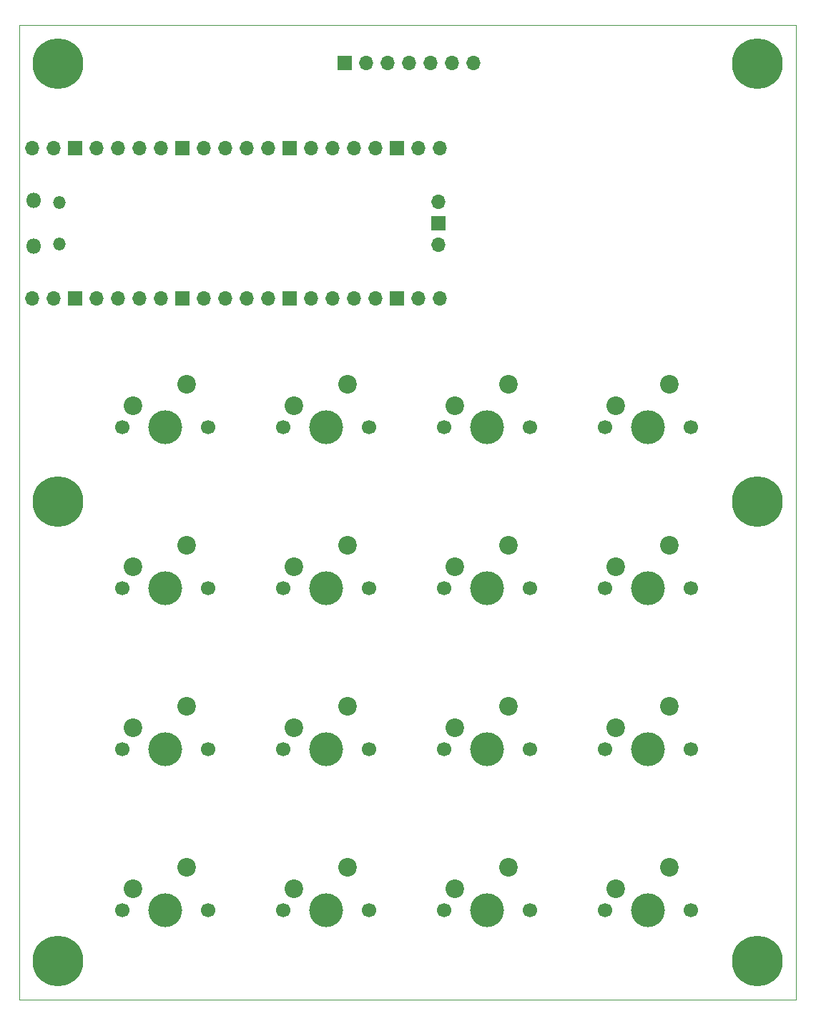
<source format=gbr>
%TF.GenerationSoftware,KiCad,Pcbnew,5.1.10-88a1d61d58~88~ubuntu20.04.1*%
%TF.CreationDate,2021-06-08T22:13:52+03:00*%
%TF.ProjectId,picoMacro,7069636f-4d61-4637-926f-2e6b69636164,rev?*%
%TF.SameCoordinates,Original*%
%TF.FileFunction,Soldermask,Bot*%
%TF.FilePolarity,Negative*%
%FSLAX46Y46*%
G04 Gerber Fmt 4.6, Leading zero omitted, Abs format (unit mm)*
G04 Created by KiCad (PCBNEW 5.1.10-88a1d61d58~88~ubuntu20.04.1) date 2021-06-08 22:13:52*
%MOMM*%
%LPD*%
G01*
G04 APERTURE LIST*
%TA.AperFunction,Profile*%
%ADD10C,0.050000*%
%TD*%
%ADD11C,6.000000*%
%ADD12O,1.700000X1.700000*%
%ADD13R,1.700000X1.700000*%
%ADD14O,1.500000X1.500000*%
%ADD15O,1.800000X1.800000*%
%ADD16C,1.700000*%
%ADD17C,4.000000*%
%ADD18C,2.200000*%
G04 APERTURE END LIST*
D10*
X633476000Y-337820000D02*
X541528000Y-337820000D01*
X633476000Y-453136000D02*
X633476000Y-337820000D01*
X541528000Y-453136000D02*
X633476000Y-453136000D01*
X541528000Y-337820000D02*
X541528000Y-453136000D01*
D11*
%TO.C,REF\u002A\u002A*%
X628904000Y-342392000D03*
%TD*%
D12*
%TO.C,U1*%
X591082000Y-358775000D03*
D13*
X591082000Y-361315000D03*
D12*
X591082000Y-363855000D03*
D14*
X546212000Y-358890000D03*
X546212000Y-363740000D03*
D15*
X543182000Y-358590000D03*
X543182000Y-364040000D03*
D12*
X543052000Y-352425000D03*
X545592000Y-352425000D03*
D13*
X548132000Y-352425000D03*
D12*
X550672000Y-352425000D03*
X553212000Y-352425000D03*
X555752000Y-352425000D03*
X558292000Y-352425000D03*
D13*
X560832000Y-352425000D03*
D12*
X563372000Y-352425000D03*
X565912000Y-352425000D03*
X568452000Y-352425000D03*
X570992000Y-352425000D03*
D13*
X573532000Y-352425000D03*
D12*
X576072000Y-352425000D03*
X578612000Y-352425000D03*
X581152000Y-352425000D03*
X583692000Y-352425000D03*
D13*
X586232000Y-352425000D03*
D12*
X588772000Y-352425000D03*
X591312000Y-352425000D03*
X591312000Y-370205000D03*
X588772000Y-370205000D03*
D13*
X586232000Y-370205000D03*
D12*
X583692000Y-370205000D03*
X581152000Y-370205000D03*
X578612000Y-370205000D03*
X576072000Y-370205000D03*
D13*
X573532000Y-370205000D03*
D12*
X570992000Y-370205000D03*
X568452000Y-370205000D03*
X565912000Y-370205000D03*
X563372000Y-370205000D03*
D13*
X560832000Y-370205000D03*
D12*
X558292000Y-370205000D03*
X555752000Y-370205000D03*
X553212000Y-370205000D03*
X550672000Y-370205000D03*
D13*
X548132000Y-370205000D03*
D12*
X545592000Y-370205000D03*
X543052000Y-370205000D03*
%TD*%
D11*
%TO.C,REF\u002A\u002A*%
X546100000Y-342392000D03*
%TD*%
%TO.C,REF\u002A\u002A*%
X628904000Y-394208000D03*
%TD*%
%TO.C,REF\u002A\u002A*%
X546100000Y-394208000D03*
%TD*%
%TO.C,REF\u002A\u002A*%
X546100000Y-448564000D03*
%TD*%
%TO.C,REF\u002A\u002A*%
X628904000Y-448564000D03*
%TD*%
D16*
%TO.C,SW16*%
X621030000Y-442595000D03*
X610870000Y-442595000D03*
D17*
X615950000Y-442595000D03*
D18*
X612140000Y-440055000D03*
X618490000Y-437515000D03*
%TD*%
D16*
%TO.C,SW15*%
X601980000Y-442595000D03*
X591820000Y-442595000D03*
D17*
X596900000Y-442595000D03*
D18*
X593090000Y-440055000D03*
X599440000Y-437515000D03*
%TD*%
D16*
%TO.C,SW14*%
X582930000Y-442595000D03*
X572770000Y-442595000D03*
D17*
X577850000Y-442595000D03*
D18*
X574040000Y-440055000D03*
X580390000Y-437515000D03*
%TD*%
D16*
%TO.C,SW13*%
X563880000Y-442595000D03*
X553720000Y-442595000D03*
D17*
X558800000Y-442595000D03*
D18*
X554990000Y-440055000D03*
X561340000Y-437515000D03*
%TD*%
D16*
%TO.C,SW12*%
X621030000Y-423545000D03*
X610870000Y-423545000D03*
D17*
X615950000Y-423545000D03*
D18*
X612140000Y-421005000D03*
X618490000Y-418465000D03*
%TD*%
D16*
%TO.C,SW11*%
X601980000Y-423545000D03*
X591820000Y-423545000D03*
D17*
X596900000Y-423545000D03*
D18*
X593090000Y-421005000D03*
X599440000Y-418465000D03*
%TD*%
D16*
%TO.C,SW10*%
X582930000Y-423545000D03*
X572770000Y-423545000D03*
D17*
X577850000Y-423545000D03*
D18*
X574040000Y-421005000D03*
X580390000Y-418465000D03*
%TD*%
D16*
%TO.C,SW9*%
X563880000Y-423545000D03*
X553720000Y-423545000D03*
D17*
X558800000Y-423545000D03*
D18*
X554990000Y-421005000D03*
X561340000Y-418465000D03*
%TD*%
D16*
%TO.C,SW8*%
X621030000Y-404495000D03*
X610870000Y-404495000D03*
D17*
X615950000Y-404495000D03*
D18*
X612140000Y-401955000D03*
X618490000Y-399415000D03*
%TD*%
D16*
%TO.C,SW7*%
X601980000Y-404495000D03*
X591820000Y-404495000D03*
D17*
X596900000Y-404495000D03*
D18*
X593090000Y-401955000D03*
X599440000Y-399415000D03*
%TD*%
D16*
%TO.C,SW6*%
X582930000Y-404495000D03*
X572770000Y-404495000D03*
D17*
X577850000Y-404495000D03*
D18*
X574040000Y-401955000D03*
X580390000Y-399415000D03*
%TD*%
D16*
%TO.C,SW5*%
X563880000Y-404495000D03*
X553720000Y-404495000D03*
D17*
X558800000Y-404495000D03*
D18*
X554990000Y-401955000D03*
X561340000Y-399415000D03*
%TD*%
D16*
%TO.C,SW4*%
X621030000Y-385445000D03*
X610870000Y-385445000D03*
D17*
X615950000Y-385445000D03*
D18*
X612140000Y-382905000D03*
X618490000Y-380365000D03*
%TD*%
D16*
%TO.C,SW3*%
X601980000Y-385445000D03*
X591820000Y-385445000D03*
D17*
X596900000Y-385445000D03*
D18*
X593090000Y-382905000D03*
X599440000Y-380365000D03*
%TD*%
D16*
%TO.C,SW2*%
X582930000Y-385445000D03*
X572770000Y-385445000D03*
D17*
X577850000Y-385445000D03*
D18*
X574040000Y-382905000D03*
X580390000Y-380365000D03*
%TD*%
D16*
%TO.C,SW1*%
X563880000Y-385445000D03*
X553720000Y-385445000D03*
D17*
X558800000Y-385445000D03*
D18*
X554990000Y-382905000D03*
X561340000Y-380365000D03*
%TD*%
D12*
%TO.C,Disp1*%
X595210900Y-342379300D03*
X592670900Y-342379300D03*
X590130900Y-342379300D03*
X587590900Y-342379300D03*
X585050900Y-342379300D03*
X582510900Y-342379300D03*
D13*
X579970900Y-342379300D03*
%TD*%
M02*

</source>
